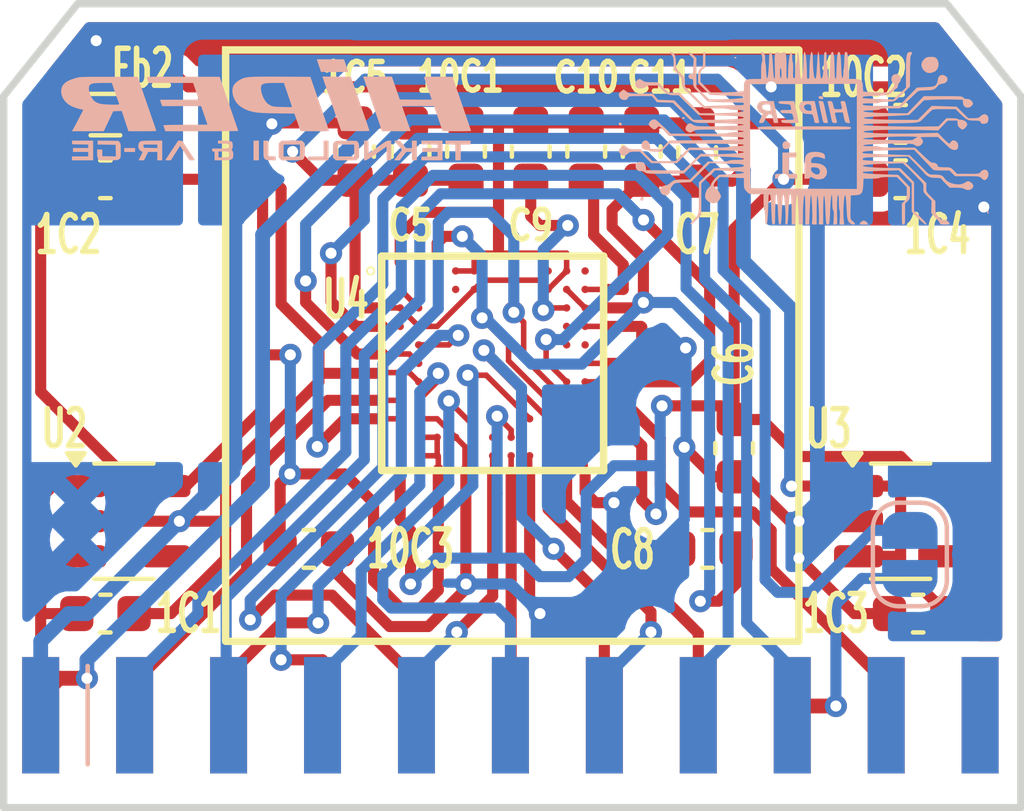
<source format=kicad_pcb>
(kicad_pcb (version 20240108) (generator "pcbnew") (generator_version "8.0")
  (layers (0 "F.Cu" signal) (31 "B.Cu" signal) (34 "B.Paste" user) (35 "F.Paste" user) (36 "B.SilkS" user "B.Silkscreen") (37 "F.SilkS" user "F.Silkscreen") (38 "B.Mask" user) (39 "F.Mask" user) (44 "Edge.Cuts" user))
  (net 0 "")
  (net 1 "GND")
  (net 2 "+3.3V")
  (net 3 "DCMI_RST")
  (net 4 "DCMI_D2")
  (net 5 "I2C1_SDA")
  (net 6 "DCMI_PWDN")
  (net 7 "DCMI_LEDOUT")
  (net 8 "DCMI_VSYNC")
  (net 9 "DCMI_CLK")
  (net 10 "DCMI_D4")
  (net 11 "I2C1_SCL")
  (net 12 "DCMI_PCLK")
  (net 13 "DCMI_D5")
  (net 14 "DCMI_D1")
  (net 15 "DCMI_D0")
  (net 16 "DCMI_STLNOUT")
  (net 17 "DCMI_D7")
  (net 18 "DCMI_D6")
  (net 19 "DCMI_D3")
  (net 20 "DCMI_STFROUT")
  (net 21 "DCMI_EXPOSURE")
  (net 22 "DCMI_HSYNC")
  (net 24 "DVDD_1V5")
  (net 30 "DOVDD_2V8")
  (net 31 "Net-(U4-AVDD)")
  (net 32 "Net-(U4-VH)")
  (net 33 "Net-(U4-VN)")
  (net 34 "nc_FREX")
  (net 35 "Earth_Clean")
  (footprint "Package_TO_SOT_SMD:SOT-23-5" (layer "F.Cu") (at 44 33.25)
    (property "Reference" "U3")
    (property "Value" "ME6211C15M5" (hide yes))
  )
  (footprint "Capacitor_SMD:C_0603_1608Metric" (layer "F.Cu") (at 22.5 35.75)
    (property "Reference" "1C1")
    (property "Value" "1uF" (hide yes))
  )
  (footprint "Capacitor_SMD:C_0603_1608Metric" (layer "F.Cu") (at 30.75 23.25 90)
    (property "Reference" "C5")
    (property "Value" "100nF" (hide yes))
  )
  (footprint "Capacitor_SMD:C_0603_1608Metric" (layer "F.Cu") (at 35.5 23.25 90)
    (property "Reference" "C10")
    (property "Value" "100nF" (hide yes))
  )
  (footprint "Capacitor_SMD:C_0603_1608Metric" (layer "F.Cu") (at 44 24)
    (property "Reference" "1C4")
    (property "Value" "1uF" (hide yes))
  )
  (footprint "Capacitor_SMD:C_0603_1608Metric" (layer "F.Cu") (at 28 34)
    (property "Reference" "10C3")
    (property "Value" "10uF" (hide yes))
  )
  (footprint "Capacitor_SMD:C_0603_1608Metric" (layer "F.Cu") (at 44 22.5)
    (property "Reference" "10C2")
    (property "Value" "10uF" (hide yes))
  )
  (footprint "Capacitor_SMD:C_0603_1608Metric" (layer "F.Cu") (at 22.5 24 180)
    (property "Reference" "1C2")
    (property "Value" "1uF" (hide yes))
  )
  (footprint "OV5640:BGA71C50P11X11_598X584X81" (layer "F.Cu") (at 32.97 28.98)
    (property "Reference" "U4")
    (property "Value" "OV5640-A71A" (hide yes))
  )
  (footprint "Inductor_SMD:L_0805_2012Metric" (layer "F.Cu") (at 22.5 22.25)
    (property "Reference" "Fb2")
    (property "Value" "180R-100MHz-2A" (hide yes))
  )
  (footprint "Capacitor_SMD:C_0603_1608Metric" (layer "F.Cu") (at 38.775 34 180)
    (property "Reference" "C8")
    (property "Value" "100nF" (hide yes))
  )
  (footprint "Capacitor_SMD:C_0603_1608Metric" (layer "F.Cu") (at 37 23.25 90)
    (property "Reference" "C11")
    (property "Value" "100nF" (hide yes))
  )
  (footprint "Capacitor_SMD:C_0603_1608Metric" (layer "F.Cu") (at 44.475 35.75 180)
    (property "Reference" "1C3")
    (property "Value" "1uF" (hide yes))
  )
  (footprint "Capacitor_SMD:C_0603_1608Metric" (layer "F.Cu") (at 29.25 23.25 90)
    (property "Reference" "1C5")
    (property "Value" "1uF" (hide yes))
  )
  (footprint "Capacitor_SMD:C_0603_1608Metric" (layer "F.Cu") (at 32.25 23.25 90)
    (property "Reference" "10C1")
    (property "Value" "10uF" (hide yes))
  )
  (footprint "Capacitor_SMD:C_0603_1608Metric" (layer "F.Cu") (at 34 23.25 90)
    (property "Reference" "C9")
    (property "Value" "100nF" (hide yes))
  )
  (footprint "MountingHole:MountingHole_2.1mm" (layer "F.Cu") (at 23.5 28.5)
    (property "Reference" "H1" (hide yes))
    (property "Value" "MountingHole_2.1mm" (hide yes))
  )
  (footprint "Capacitor_SMD:C_0603_1608Metric" (layer "F.Cu") (at 39.5 31.275 -90)
    (property "Reference" "C6")
    (property "Value" "100nF" (hide yes))
  )
  (footprint "MountingHole:MountingHole_2.1mm" (layer "F.Cu") (at 43.5 28.5)
    (property "Reference" "H2" (hide yes))
    (property "Value" "MountingHole_2.1mm" (hide yes))
  )
  (footprint "Connector_PinHeader_2.54mm:PinHeader_1x11_P2.54mm_Vertical" (layer "F.Cu") (at 20.75 38.5 90)
    (property "Reference" "J7" (hide yes))
    (property "Value" "Conn_01x11" (hide yes))
  )
  (footprint "Package_TO_SOT_SMD:SOT-23-5" (layer "F.Cu") (at 23 33.25)
    (property "Reference" "U2")
    (property "Value" "ME6211C28M5" (hide yes))
  )
  (footprint "Capacitor_SMD:C_0603_1608Metric" (layer "F.Cu") (at 38.5 23.275 90)
    (property "Reference" "C7")
    (property "Value" "100nF" (hide yes))
  )
  (footprint "Jumper:SolderJumper-2_P1.3mm_Open_RoundedPad1.0x1.5mm" (layer "B.Cu") (at 44.25 34.15 -90)
    (property "Reference" "JP1" (hide yes))
    (property "Value" "Jumper_2_Small_Open" (hide yes))
  )
  (footprint "LOGO" (layer "B.Cu") (at 41.37819 22.87819 180)
    (property "Reference" "ai" (hide yes))
    (property "Value" "LOGO" (hide yes))
  )
  (footprint "LOGO" (layer "B.Cu") (at 26.851209 22.154353 180)
    (property "Reference" "hiper" (hide yes))
    (property "Value" "LOGO" (hide yes))
  )
  (footprint "NetTie:NetTie-2_SMD_Pad0.5mm" (layer "B.Cu") (at 21.75 33.25 90)
    (property "Reference" "CMN1" (hide yes))
    (property "Value" "EarthClean" (hide yes))
  )
  (footprint "Connector_PinHeader_2.54mm:PinHeader_1x11_P2.54mm_Vertical" (layer "B.Cu") (at 20.75 38.5 -90)
    (property "Reference" "J6" (hide yes))
    (property "Value" "Conn_01x11" (hide yes))
  )
  (gr_rect (start 25.75 20.5) (end 41.25 36.5) (stroke (width 0.2)) (fill none) (layer "F.SilkS"))
  (gr_poly (pts (xy 19.75 21.75) (xy 21.75 19.25) (xy 45.25 19.25) (xy 47.25 21.75) (xy 47.25 41) (xy 19.75 41)) (stroke (width 0.2)) (fill none) (layer "Edge.Cuts"))
  (segment (start 25.75 34.271447) (end 25.75 33.5) (width 0.3) (layer "F.Cu") (net 1))
  (segment (start 36 27.98) (end 36.98 27.98) (width 0.3) (layer "F.Cu") (net 1))
  (segment (start 27 22.5) (end 26.5 23) (width 0.3) (layer "F.Cu") (net 1))
  (segment (start 43.775 21.5) (end 40.5 21.5) (width 0.3) (layer "F.Cu") (net 1))
  (segment (start 38.186827 28.563173) (end 37.77 28.98) (width 0.3) (layer "F.Cu") (net 1))
  (segment (start 36.25 32.75) (end 35.75 32.75) (width 0.3) (layer "F.Cu") (net 1))
  (segment (start 41.25 34.25) (end 42.75 35.75) (width 0.3) (layer "F.Cu") (net 1))
  (segment (start 32.25 35.076346) (end 31.226346 36.1) (width 0.3) (layer "F.Cu") (net 1))
  (segment (start 32.22166 31.23166) (end 31.97 30.98) (width 0.15) (layer "F.Cu") (net 1))
  (segment (start 32.22166 31.837461) (end 32.22166 31.23166) (width 0.15) (layer "F.Cu") (net 1))
  (segment (start 30.025243 29.229757) (end 30.719757 29.229757) (width 0.15) (layer "F.Cu") (net 1))
  (segment (start 44.775 22.5) (end 43.775 21.5) (width 0.3) (layer "F.Cu") (net 1))
  (segment (start 28.27313 28.394448) (end 28.27313 29.25) (width 0.3) (layer "F.Cu") (net 1))
  (segment (start 37.086727 34) (end 36.25 33.163273) (width 0.3) (layer "F.Cu") (net 1))
  (segment (start 27 22.5) (end 27.025 22.475) (width 0.3) (layer "F.Cu") (net 1))
  (segment (start 44.775 24) (end 44.775 22.5) (width 0.3) (layer "F.Cu") (net 1))
  (segment (start 35.47 31.48) (end 35.47 32) (width 0.15) (layer "F.Cu") (net 1))
  (segment (start 38.475 22.475) (end 38.5 22.5) (width 0.3) (layer "F.Cu") (net 1))
  (segment (start 31.47 30.48) (end 31.97 30.98) (width 0.15) (layer "F.Cu") (net 1))
  (segment (start 20.75 29.75) (end 20.75 24.975) (width 0.3) (layer "F.Cu") (net 1))
  (segment (start 32.245 31.860801) (end 32.245 34.945) (width 0.3) (layer "F.Cu") (net 1))
  (segment (start 25.75 32) (end 28.27313 29.47687) (width 0.3) (layer "F.Cu") (net 1))
  (segment (start 37 28) (end 37 28.98) (width 0.3) (layer "F.Cu") (net 1))
  (segment (start 38.95 32.05) (end 39.5 32.05) (width 0.3) (layer "F.Cu") (net 1))
  (segment (start 29.25 22.475) (end 38.475 22.475) (width 0.3) (layer "F.Cu") (net 1))
  (segment (start 38.15 31.25) (end 38.95 32.05) (width 0.3) (layer "F.Cu") (net 1))
  (segment (start 36.25 33.163273) (end 36.25 32.75) (width 0.3) (layer "F.Cu") (net 1))
  (segment (start 31.226346 36.1) (end 30.182107 36.1) (width 0.3) (layer "F.Cu") (net 1))
  (segment (start 33.128036 26) (end 33.128036 22.475) (width 0.3) (layer "F.Cu") (net 1))
  (segment (start 41.25 33.25) (end 41.000001 33.25) (width 0.3) (layer "F.Cu") (net 1))
  (segment (start 32.25 34.95) (end 32.25 35.076346) (width 0.3) (layer "F.Cu") (net 1))
  (segment (start 39.800001 32.05) (end 39.5 32.05) (width 0.3) (layer "F.Cu") (net 1))
  (segment (start 23.275 35.75) (end 24.271447 35.75) (width 0.3) (layer "F.Cu") (net 1))
  (segment (start 32.245 31.860801) (end 32.22166 31.837461) (width 0.15) (layer "F.Cu") (net 1))
  (segment (start 28.27313 29.25) (end 30.005 29.25) (width 0.3) (layer "F.Cu") (net 1))
  (segment (start 34.47 26.98) (end 34.97 26.48) (width 0.15) (layer "F.Cu") (net 1))
  (segment (start 31.102653 24.893794) (end 33.128036 24.893794) (width 0.3) (layer "F.Cu") (net 1))
  (segment (start 28.27313 29.47687) (end 28.27313 29.25) (width 0.3) (layer "F.Cu") (net 1))
  (segment (start 35.47 27.98) (end 36 27.98) (width 0.15) (layer "F.Cu") (net 1))
  (segment (start 28.775 34.692893) (end 28.775 34) (width 0.3) (layer "F.Cu") (net 1))
  (segment (start 27.025 22.475) (end 29.25 22.475) (width 0.3) (layer "F.Cu") (net 1))
  (segment (start 41.25 33.25) (end 42.8625 33.25) (width 0.3) (layer "F.Cu") (net 1))
  (segment (start 41.000001 33.25) (end 39.800001 32.05) (width 0.3) (layer "F.Cu") (net 1))
  (segment (start 37.77 28.98) (end 36 28.98) (width 0.3) (layer "F.Cu") (net 1))
  (segment (start 27.25 27.371318) (end 28.27313 28.394448) (width 0.3) (layer "F.Cu") (net 1))
  (segment (start 34.25 35.75) (end 33.97 35.47) (width 0.3) (layer "F.Cu") (net 1))
  (segment (start 35.47 30.98) (end 35.47 31.48) (width 0.15) (layer "F.Cu") (net 1))
  (segment (start 30.182107 36.1) (end 28.775 34.692893) (width 0.3) (layer "F.Cu") (net 1))
  (segment (start 26.5 23.5) (end 27.25 24.25) (width 0.3) (layer "F.Cu") (net 1))
  (segment (start 35.75 32.75) (end 35.47 32.47) (width 0.3) (layer "F.Cu") (net 1))
  (segment (start 30.47 26.25) (end 30.47 25.526447) (width 0.3) (layer "F.Cu") (net 1))
  (segment (start 30.47 25.526447) (end 31.102653 24.893794) (width 0.3) (layer "F.Cu") (net 1))
  (segment (start 25.75 33.5) (end 25.75 32) (width 0.3) (layer "F.Cu") (net 1))
  (segment (start 30.97 30.48) (end 31.47 30.48) (width 0.15) (layer "F.Cu") (net 1))
  (segment (start 23 33.25) (end 23 32) (width 0.3) (layer "F.Cu") (net 1))
  (segment (start 32.47 26.03) (end 32.5 26) (width 0.15) (layer "F.Cu") (net 1))
  (segment (start 32.245 34.945) (end 32.25 34.95) (width 0.3) (layer "F.Cu") (net 1))
  (segment (start 24.5 33.25) (end 21.8625 33.25) (width 0.3) (layer "F.Cu") (net 1))
  (segment (start 23 32) (end 20.75 29.75) (width 0.3) (layer "F.Cu") (net 1))
  (segment (start 36.98 27.98) (end 37 28) (width 0.3) (layer "F.Cu") (net 1))
  (segment (start 26.5 23) (end 26.5 23.5) (width 0.3) (layer "F.Cu") (net 1))
  (segment (start 36 28.98) (end 35.47 28.98) (width 0.15) (layer "F.Cu") (net 1))
  (segment (start 31.97 26.48) (end 32.395 26.48) (width 0.15) (layer "F.Cu") (net 1))
  (segment (start 24.271447 35.75) (end 25.75 34.271447) (width 0.3) (layer "F.Cu") (net 1))
  (segment (start 27.25 24.25) (end 27.25 27.371318) (width 0.3) (layer "F.Cu") (net 1))
  (segment (start 33.97 35.47) (end 33.97 32) (width 0.3) (layer "F.Cu") (net 1))
  (segment (start 38 34) (end 37.086727 34) (width 0.3) (layer "F.Cu") (net 1))
  (segment (start 25.75 33.25) (end 24.5 33.25) (width 0.3) (layer "F.Cu") (net 1))
  (segment (start 32.47 26.48) (end 32.47 26.03) (width 0.15) (layer "F.Cu") (net 1))
  (segment (start 30.47 26.25) (end 30.47 26.98) (width 0.15) (layer "F.Cu") (net 1))
  (segment (start 41.25 34.25) (end 41.25 33.25) (width 0.3) (layer "F.Cu") (net 1))
  (segment (start 30.97 27.48) (end 30.47 26.98) (width 0.15) (layer "F.Cu") (net 1))
  (segment (start 34.97 26) (end 34.97 26.48) (width 0.15) (layer "F.Cu") (net 1))
  (segment (start 20.75 24.975) (end 21.725 24) (width 0.3) (layer "F.Cu") (net 1))
  (segment (start 32.5 26) (end 34.97 26) (width 0.15) (layer "F.Cu") (net 1))
  (segment (start 42.75 35.75) (end 43.7 35.75) (width 0.3) (layer "F.Cu") (net 1))
  (segment (start 35.47 32.47) (end 35.47 32) (width 0.3) (layer "F.Cu") (net 1))
  (segment (start 33.97 31.48) (end 33.97 32) (width 0.15) (layer "F.Cu") (net 1))
  (segment (start 30.719757 29.229757) (end 30.97 29.48) (width 0.15) (layer "F.Cu") (net 1))
  (via (at 34.25 35.75) (size 0.6) (drill 0.3) (layers "F.Cu" "B.Cu") (net 1))
  (via (at 32.25 34.95) (size 0.6) (drill 0.3) (layers "F.Cu" "B.Cu") (net 1))
  (via (at 27 22.5) (size 0.6) (drill 0.3) (layers "F.Cu" "B.Cu") (net 1))
  (via (at 36.25 32.75) (size 0.6) (drill 0.3) (layers "F.Cu" "B.Cu") (net 1))
  (via (at 41.25 34.25) (size 0.6) (drill 0.3) (layers "F.Cu" "B.Cu") (net 1))
  (via (at 38.15 31.25) (size 0.6) (drill 0.3) (layers "F.Cu" "B.Cu") (net 1))
  (via (at 40.5 21.5) (size 0.6) (drill 0.3) (layers "F.Cu" "B.Cu") (net 1))
  (via (at 38.186827 28.563173) (size 0.6) (drill 0.3) (layers "F.Cu" "B.Cu") (net 1))
  (via (at 41.25 33.25) (size 0.6) (drill 0.3) (layers "F.Cu" "B.Cu") (net 1))
  (via (at 24.5 33.25) (size 0.6) (drill 0.3) (layers "F.Cu" "B.Cu") (net 1))
  (segment (start 24.5 33.25) (end 26 31.75) (width 0.4) (layer "B.Cu") (net 1))
  (segment (start 33.45 34.95) (end 34.25 35.75) (width 0.3) (layer "B.Cu") (net 1))
  (segment (start 38.15 31.25) (end 38.15 33.210008) (width 0.3) (layer "B.Cu") (net 1))
  (segment (start 37.36732 33.992688) (end 36.25 33.992688) (width 0.3) (layer "B.Cu") (net 1))
  (segment (start 34.25 35.75) (end 36.25 35.75) (width 0.3) (layer "B.Cu") (net 1))
  (segment (start 41.25 33.25) (end 41.75 32.75) (width 0.4) (layer "B.Cu") (net 1))
  (segment (start 21.5 35.75) (end 20.75 36.5) (width 0.4) (layer "B.Cu") (net 1))
  (segment (start 26 23.5) (end 26.911764 22.588236) (width 0.4) (layer "B.Cu") (net 1))
  (segment (start 41.25 34.25) (end 41.25 33.25) (width 0.4) (layer "B.Cu") (net 1))
  (segment (start 38.199238 31.200762) (end 38.199238 28.575584) (width 0.3) (layer "B.Cu") (net 1))
  (segment (start 28.706206 20.793794) (end 27 22.5) (width 0.3) (layer "B.Cu") (net 1))
  (segment (start 39.793794 20.793794) (end 28.706206 20.793794) (width 0.3) (layer "B.Cu") (net 1))
  (segment (start 41.75 22.75) (end 40.5 21.5) (width 0.4) (layer "B.Cu") (net 1))
  (segment (start 26 31.75) (end 26 23.5) (width 0.4) (layer "B.Cu") (net 1))
  (segment (start 24.5 33.25) (end 22 35.75) (width 0.4) (layer "B.Cu") (net 1))
  (segment (start 36.25 33.992688) (end 36.25 32.75) (width 0.3) (layer "B.Cu") (net 1))
  (segment (start 38.15 33.210008) (end 37.36732 33.992688) (width 0.3) (layer "B.Cu") (net 1))
  (segment (start 36.25 35.75) (end 36.25 33.992688) (width 0.3) (layer "B.Cu") (net 1))
  (segment (start 41.75 32.75) (end 41.75 22.75) (width 0.4) (layer "B.Cu") (net 1))
  (segment (start 38.199238 28.575584) (end 38.186827 28.563173) (width 0.3) (layer "B.Cu") (net 1))
  (segment (start 32.25 34.95) (end 33.45 34.95) (width 0.3) (layer "B.Cu") (net 1))
  (segment (start 26.911764 22.588236) (end 27 22.5) (width 0.3) (layer "B.Cu") (net 1))
  (segment (start 20.75 36.5) (end 20.75 38.5) (width 0.4) (layer "B.Cu") (net 1))
  (segment (start 40.5 21.5) (end 39.793794 20.793794) (width 0.3) (layer "B.Cu") (net 1))
  (segment (start 38.15 31.25) (end 38.199238 31.200762) (width 0.3) (layer "B.Cu") (net 1))
  (segment (start 22 35.75) (end 21.5 35.75) (width 0.4) (layer "B.Cu") (net 1))
  (segment (start 21.8625 32.3) (end 21.075 32.3) (width 0.3) (layer "F.Cu") (net 2))
  (segment (start 21.725 35.75) (end 20.75 35.75) (width 0.3) (layer "F.Cu") (net 2))
  (segment (start 41.05 32.3) (end 43.8 32.3) (width 0.3) (layer "F.Cu") (net 2))
  (segment (start 43.8 32.3) (end 44 32.5) (width 0.3) (layer "F.Cu") (net 2))
  (segment (start 42.8625 34.2) (end 44 34.2) (width 0.3) (layer "F.Cu") (net 2))
  (segment (start 44 32.5) (end 44 34.5) (width 0.3) (layer "F.Cu") (net 2))
  (segment (start 21.8125 34.25) (end 20.75 34.25) (width 0.3) (layer "F.Cu") (net 2))
  (segment (start 21.075 32.3) (end 20.75 32.625) (width 0.3) (layer "F.Cu") (net 2))
  (segment (start 21.8625 34.2) (end 21.8125 34.25) (width 0.3) (layer "F.Cu") (net 2))
  (segment (start 22 37.5) (end 21.25 37.5) (width 0.4) (layer "F.Cu") (net 2))
  (segment (start 20.75 32.625) (end 20.75 38.9) (width 0.3) (layer "F.Cu") (net 2))
  (segment (start 21.25 37.5) (end 20.75 38) (width 0.4) (layer "F.Cu") (net 2))
  (segment (start 20.7 38.95) (end 20.75 39) (width 0.4) (layer "F.Cu") (net 2))
  (segment (start 44 34.5) (end 45.25 35.75) (width 0.3) (layer "F.Cu") (net 2))
  (via (at 41.05 32.3) (size 0.6) (drill 0.3) (layers "F.Cu" "B.Cu") (net 2))
  (via (at 22 37.5) (size 0.6) (drill 0.3) (layers "F.Cu" "B.Cu") (net 2))
  (segment (start 22 37) (end 22 37.5) (width 0.4) (layer "B.Cu") (net 2))
  (segment (start 41.05 27.522182) (end 39.75 26.222182) (width 0.4) (layer "B.Cu") (net 2))
  (segment (start 26.75 25.5) (end 26.75 32.25) (width 0.4) (layer "B.Cu") (net 2))
  (segment (start 30.406206 21.843794) (end 26.75 25.5) (width 0.4) (layer "B.Cu") (net 2))
  (segment (start 39.75 26.222182) (end 39.75 23.75) (width 0.4) (layer "B.Cu") (net 2))
  (segment (start 39.75 23.75) (end 37.843794 21.843794) (width 0.4) (layer "B.Cu") (net 2))
  (segment (start 37.843794 21.843794) (end 30.406206 21.843794) (width 0.4) (layer "B.Cu") (net 2))
  (segment (start 41.05 32.3) (end 41.05 27.522182) (width 0.4) (layer "B.Cu") (net 2))
  (segment (start 26.75 32.25) (end 22 37) (width 0.4) (layer "B.Cu") (net 2))
  (segment (start 28.37 37) (end 28.37 38.5) (width 0.3) (layer "F.Cu") (net 3))
  (segment (start 32.03989 28.223283) (end 31.783173 28.48) (width 0.15) (layer "F.Cu") (net 3))
  (segment (start 31.783173 28.48) (end 30.97 28.48) (width 0.15) (layer "F.Cu") (net 3))
  (segment (start 27.25 37) (end 28.37 37) (width 0.3) (layer "F.Cu") (net 3))
  (via (at 32.03989 28.223283) (size 0.6) (drill 0.3) (layers "F.Cu" "B.Cu") (net 3))
  (via (at 27.25 37) (size 0.6) (drill 0.3) (layers "F.Cu" "B.Cu") (net 3))
  (segment (start 27.25 37) (end 27.25 35.25) (width 0.3) (layer "B.Cu") (net 3))
  (segment (start 31.526717 28.223283) (end 32.03989 28.223283) (width 0.3) (layer "B.Cu") (net 3))
  (segment (start 30.5 29.25) (end 31.526717 28.223283) (width 0.3) (layer "B.Cu") (net 3))
  (segment (start 27.25 35.25) (end 30.5 32) (width 0.3) (layer "B.Cu") (net 3))
  (segment (start 30.5 32) (end 30.5 29.25) (width 0.3) (layer "B.Cu") (net 3))
  (segment (start 32 36.25) (end 32.97 35.28) (width 0.3) (layer "F.Cu") (net 4))
  (segment (start 32.97 31.48) (end 32.97 32) (width 0.15) (layer "F.Cu") (net 4))
  (segment (start 32.97 35.28) (end 32.97 32) (width 0.3) (layer "F.Cu") (net 4))
  (via (at 32 36.25) (size 0.6) (drill 0.3) (layers "F.Cu" "B.Cu") (net 4))
  (segment (start 32 36.25) (end 30.91 37.34) (width 0.3) (layer "B.Cu") (net 4))
  (segment (start 30.91 37.34) (end 30.91 38.5) (width 0.3) (layer "B.Cu") (net 4))
  (segment (start 38.836827 26.887025) (end 38.836827 28.913173) (width 0.3) (layer "F.Cu") (net 5))
  (segment (start 37.05 25.100198) (end 38.836827 26.887025) (width 0.3) (layer "F.Cu") (net 5))
  (segment (start 36 29.48) (end 35.47 29.48) (width 0.15) (layer "F.Cu") (net 5))
  (segment (start 38.836827 28.913173) (end 38.27 29.48) (width 0.3) (layer "F.Cu") (net 5))
  (segment (start 38.27 29.48) (end 36 29.48) (width 0.3) (layer "F.Cu") (net 5))
  (via (at 37.05 25.100198) (size 0.6) (drill 0.3) (layers "F.Cu" "B.Cu") (net 5))
  (segment (start 37.05 25.100198) (end 36.343596 24.393794) (width 0.3) (layer "B.Cu") (net 5))
  (segment (start 29.5 28.75) (end 29.5 31.585788) (width 0.3) (layer "B.Cu") (net 5))
  (segment (start 31 27.25) (end 29.5 28.75) (width 0.3) (layer "B.Cu") (net 5))
  (segment (start 36.343596 24.393794) (end 31.563311 24.393794) (width 0.3) (layer "B.Cu") (net 5))
  (segment (start 29.5 31.585788) (end 25.76538 35.320408) (width 0.3) (layer "B.Cu") (net 5))
  (segment (start 25.76538 38.43538) (end 25.83 38.5) (width 0.3) (layer "B.Cu") (net 5))
  (segment (start 31.563311 24.393794) (end 31 24.957105) (width 0.3) (layer "B.Cu") (net 5))
  (segment (start 31 24.957105) (end 31 27.25) (width 0.3) (layer "B.Cu") (net 5))
  (segment (start 25.76538 35.320408) (end 25.76538 38.43538) (width 0.3) (layer "B.Cu") (net 5))
  (segment (start 28.6 26) (end 28.6 27.307106) (width 0.3) (layer "F.Cu") (net 6))
  (segment (start 30.47 27.98) (end 30 27.98) (width 0.15) (layer "F.Cu") (net 6))
  (segment (start 29.272894 27.98) (end 30 27.98) (width 0.3) (layer "F.Cu") (net 6))
  (segment (start 28.6 27.307106) (end 29.272894 27.98) (width 0.3) (layer "F.Cu") (net 6))
  (via (at 28.6 26) (size 0.6) (drill 0.3) (layers "F.Cu" "B.Cu") (net 6))
  (segment (start 29.5 24.335784) (end 30.94199 22.893794) (width 0.3) (layer "B.Cu") (net 6))
  (segment (start 39.836827 27.836827) (end 39.836827 36.004602) (width 0.3) (layer "B.Cu") (net 6))
  (segment (start 29.5 25.1) (end 29.5 24.335784) (width 0.3) (layer "B.Cu") (net 6))
  (segment (start 37.400901 22.893794) (end 38.7 24.192893) (width 0.3) (layer "B.Cu") (net 6))
  (segment (start 41.07 37.237775) (end 41.07 38.5) (width 0.3) (layer "B.Cu") (net 6))
  (segment (start 38.7 24.192893) (end 38.7 26.7) (width 0.3) (layer "B.Cu") (net 6))
  (segment (start 38.7 26.7) (end 39.836827 27.836827) (width 0.3) (layer "B.Cu") (net 6))
  (segment (start 28.6 26) (end 29.5 25.1) (width 0.3) (layer "B.Cu") (net 6))
  (segment (start 39.836827 36.004602) (end 41.07 37.237775) (width 0.3) (layer "B.Cu") (net 6))
  (segment (start 30.94199 22.893794) (end 37.400901 22.893794) (width 0.3) (layer "B.Cu") (net 6))
  (segment (start 41.07 38.5) (end 41.07 39) (width 0.3) (layer "B.Cu") (net 6))
  (segment (start 26.315538 32.184462) (end 26.315538 34.58072) (width 0.3) (layer "F.Cu") (net 8))
  (segment (start 28.52 29.98) (end 26.315538 32.184462) (width 0.3) (layer "F.Cu") (net 8))
  (segment (start 23.29 37.606258) (end 23.29 37.752893) (width 0.3) (layer "F.Cu") (net 8))
  (segment (start 26.315538 34.58072) (end 23.29 37.606258) (width 0.3) (layer "F.Cu") (net 8))
  (segment (start 30 29.98) (end 28.52 29.98) (width 0.3) (layer "F.Cu") (net 8))
  (segment (start 30.47 29.98) (end 30 29.98) (width 0.15) (layer "F.Cu") (net 8))
  (segment (start 40.5 33.5) (end 40.5 34.52716) (width 0.3) (layer "F.Cu") (net 9))
  (segment (start 35.47 29.98) (end 36 29.98) (width 0.15) (layer "F.Cu") (net 9))
  (segment (start 43.61 37.63716) (end 43.61 38.5) (width 0.3) (layer "F.Cu") (net 9))
  (segment (start 36.48 29.98) (end 37.5 31) (width 0.3) (layer "F.Cu") (net 9))
  (segment (start 36 29.98) (end 36.48 29.98) (width 0.3) (layer "F.Cu") (net 9))
  (segment (start 37.5 31) (end 37.5 32.25) (width 0.3) (layer "F.Cu") (net 9))
  (segment (start 37.5 32.25) (end 38.25 33) (width 0.3) (layer "F.Cu") (net 9))
  (segment (start 40.5 34.52716) (end 43.61 37.63716) (width 0.3) (layer "F.Cu") (net 9))
  (segment (start 38.25 33) (end 40 33) (width 0.3) (layer "F.Cu") (net 9))
  (segment (start 40 33) (end 40.5 33.5) (width 0.3) (layer "F.Cu") (net 9))
  (segment (start 33.97 30.474974) (end 33.97 30.48) (width 0.15) (layer "F.Cu") (net 10))
  (segment (start 32.298352 29.301312) (end 32.796338 29.301312) (width 0.15) (layer "F.Cu") (net 10))
  (segment (start 32.796338 29.301312) (end 33.97 30.474974) (width 0.15) (layer "F.Cu") (net 10))
  (via (at 32.298352 29.301312) (size 0.6) (drill 0.3) (layers "F.Cu" "B.Cu") (net 10))
  (segment (start 30.225 35.6) (end 33.1 35.6) (width 0.3) (layer "B.Cu") (net 10))
  (segment (start 32.298352 29.301312) (end 32.433601 29.436561) (width 0.3) (layer "B.Cu") (net 10))
  (segment (start 30 34.719256) (end 30 35.375) (width 0.3) (layer "B.Cu") (net 10))
  (segment (start 32.433601 32.285655) (end 30 34.719256) (width 0.3) (layer "B.Cu") (net 10))
  (segment (start 33.1 35.6) (end 33.45 35.95) (width 0.3) (layer "B.Cu") (net 10))
  (segment (start 33.45 35.95) (end 33.45 38.5) (width 0.3) (layer "B.Cu") (net 10))
  (segment (start 30 35.375) (end 30.225 35.6) (width 0.3) (layer "B.Cu") (net 10))
  (segment (start 32.433601 29.436561) (end 32.433601 32.285655) (width 0.3) (layer "B.Cu") (net 10))
  (segment (start 34.415827 28.925827) (end 34.97 29.48) (width 0.15) (layer "F.Cu") (net 11))
  (segment (start 34.415827 28.336139) (end 34.415827 28.925827) (width 0.15) (layer "F.Cu") (net 11))
  (via (at 34.415827 28.336139) (size 0.6) (drill 0.3) (layers "F.Cu" "B.Cu") (net 11))
  (segment (start 29 31.378682) (end 25 35.378682) (width 0.3) (layer "B.Cu") (net 11))
  (segment (start 25 35.378682) (end 25 35.75) (width 0.3) (layer "B.Cu") (net 11))
  (segment (start 37.7 24.7) (end 36.893794 23.893794) (width 0.3) (layer "B.Cu") (net 11))
  (segment (start 34.415827 28.336139) (end 34.863861 28.336139) (width 0.3) (layer "B.Cu") (net 11))
  (segment (start 29 28.542894) (end 29 31.378682) (width 0.3) (layer "B.Cu") (net 11))
  (segment (start 30.5 27.042894) (end 29 28.542894) (width 0.3) (layer "B.Cu") (net 11))
  (segment (start 31.356204 23.893794) (end 30.5 24.749998) (width 0.3) (layer "B.Cu") (net 11))
  (segment (start 36.893794 23.893794) (end 31.356204 23.893794) (width 0.3) (layer "B.Cu") (net 11))
  (segment (start 30.5 24.749998) (end 30.5 27.042894) (width 0.3) (layer "B.Cu") (net 11))
  (segment (start 25 35.75) (end 23.29 37.46) (width 0.3) (layer "B.Cu") (net 11))
  (segment (start 37.7 25.5) (end 37.7 24.7) (width 0.3) (layer "B.Cu") (net 11))
  (segment (start 34.863861 28.336139) (end 37.7 25.5) (width 0.3) (layer "B.Cu") (net 11))
  (segment (start 23.29 37.46) (end 23.29 38.5) (width 0.3) (layer "B.Cu") (net 11))
  (segment (start 28.979442 30.48) (end 30 30.48) (width 0.3) (layer "F.Cu") (net 12))
  (segment (start 28.229721 31.229721) (end 28.979442 30.48) (width 0.3) (layer "F.Cu") (net 12))
  (segment (start 30.47 30.48) (end 30 30.48) (width 0.15) (layer "F.Cu") (net 12))
  (via (at 28.229721 31.229721) (size 0.6) (drill 0.3) (layers "F.Cu" "B.Cu") (net 12))
  (segment (start 28.25 31.209442) (end 28.25 28.585788) (width 0.3) (layer "B.Cu") (net 12))
  (segment (start 39.336827 28.086827) (end 39.336827 36.472271) (width 0.3) (layer "B.Cu") (net 12))
  (segment (start 38.53 37.279098) (end 38.53 38.5) (width 0.3) (layer "B.Cu") (net 12))
  (segment (start 30 26.835788) (end 30 24.542891) (width 0.3) (layer "B.Cu") (net 12))
  (segment (start 39.336827 36.472271) (end 38.53 37.279098) (width 0.3) (layer "B.Cu") (net 12))
  (segment (start 37.100901 23.393794) (end 38.2 24.492893) (width 0.3) (layer "B.Cu") (net 12))
  (segment (start 38.2 24.492893) (end 38.2 26.95) (width 0.3) (layer "B.Cu") (net 12))
  (segment (start 30 24.542891) (end 31.149097 23.393794) (width 0.3) (layer "B.Cu") (net 12))
  (segment (start 28.25 28.585788) (end 30 26.835788) (width 0.3) (layer "B.Cu") (net 12))
  (segment (start 38.2 26.95) (end 39.336827 28.086827) (width 0.3) (layer "B.Cu") (net 12))
  (segment (start 31.149097 23.393794) (end 37.100901 23.393794) (width 0.3) (layer "B.Cu") (net 12))
  (segment (start 28.229721 31.229721) (end 28.25 31.209442) (width 0.3) (layer "B.Cu") (net 12))
  (segment (start 35.99 35.366345) (end 35.99 38.5) (width 0.3) (layer "F.Cu") (net 13))
  (segment (start 32.732665 28.629466) (end 32.732665 28.742665) (width 0.15) (layer "F.Cu") (net 13))
  (segment (start 32.732665 28.742665) (end 34.47 30.48) (width 0.15) (layer "F.Cu") (net 13))
  (segment (start 34.619999 33.996344) (end 35.99 35.366345) (width 0.3) (layer "F.Cu") (net 13))
  (via (at 34.619999 33.996344) (size 0.6) (drill 0.3) (layers "F.Cu" "B.Cu") (net 13))
  (via (at 32.732665 28.629466) (size 0.6) (drill 0.3) (layers "F.Cu" "B.Cu") (net 13))
  (segment (start 34.619999 33.996344) (end 33.75 33.126345) (width 0.3) (layer "B.Cu") (net 13))
  (segment (start 33.75 29.646801) (end 32.732665 28.629466) (width 0.3) (layer "B.Cu") (net 13))
  (segment (start 33.75 33.126345) (end 33.75 29.646801) (width 0.3) (layer "B.Cu") (net 13))
  (segment (start 27.08076 35.25) (end 28.625 35.25) (width 0.3) (layer "F.Cu") (net 14))
  (segment (start 28.625 35.25) (end 30.91 37.535) (width 0.3) (layer "F.Cu") (net 14))
  (segment (start 30.91 37.535) (end 30.91 38.5) (width 0.3) (layer "F.Cu") (net 14))
  (segment (start 33.541085 27.599408) (end 33.808339 27.866662) (width 0.15) (layer "F.Cu") (net 14))
  (segment (start 26.41538 35.91538) (end 27.08076 35.25) (width 0.3) (layer "F.Cu") (net 14))
  (segment (start 33.808339 27.866662) (end 33.808339 28.818339) (width 0.15) (layer "F.Cu") (net 14))
  (segment (start 33.808339 28.818339) (end 34.97 29.98) (width 0.15) (layer "F.Cu") (net 14))
  (via (at 26.41538 35.91538) (size 0.6) (drill 0.3) (layers "F.Cu" "B.Cu") (net 14))
  (via (at 33.541085 27.599408) (size 0.6) (drill 0.3) (layers "F.Cu" "B.Cu") (net 14))
  (segment (start 30 31.792894) (end 30 29) (width 0.3) (layer "B.Cu") (net 14))
  (segment (start 31.5 27.5) (end 31.5 25.164212) (width 0.3) (layer "B.Cu") (net 14))
  (segment (start 31.770418 24.893794) (end 32.893794 24.893794) (width 0.3) (layer "B.Cu") (net 14))
  (segment (start 33.541085 25.541085) (end 33.541085 27.599408) (width 0.3) (layer "B.Cu") (net 14))
  (segment (start 31.5 25.164212) (end 31.770418 24.893794) (width 0.3) (layer "B.Cu") (net 14))
  (segment (start 26.41538 35.377514) (end 30 31.792894) (width 0.3) (layer "B.Cu") (net 14))
  (segment (start 26.41538 35.91538) (end 26.41538 35.377514) (width 0.3) (layer "B.Cu") (net 14))
  (segment (start 30 29) (end 31.5 27.5) (width 0.3) (layer "B.Cu") (net 14))
  (segment (start 32.893794 24.893794) (end 33.541085 25.541085) (width 0.3) (layer "B.Cu") (net 14))
  (segment (start 32.47 30.684444) (end 32.47 30.98) (width 0.15) (layer "F.Cu") (net 15))
  (segment (start 31.783601 29.998045) (end 32.47 30.684444) (width 0.15) (layer "F.Cu") (net 15))
  (via (at 31.783601 29.998045) (size 0.6) (drill 0.3) (layers "F.Cu" "B.Cu") (net 15))
  (segment (start 31.783601 29.998045) (end 31.783601 32.216399) (width 0.3) (layer "B.Cu") (net 15))
  (segment (start 31.783601 32.216399) (end 29.413966 34.586034) (width 0.3) (layer "B.Cu") (net 15))
  (segment (start 29.413966 34.586034) (end 29.413966 36.336034) (width 0.3) (layer "B.Cu") (net 15))
  (segment (start 29.413966 36.336034) (end 28.37 37.38) (width 0.3) (layer "B.Cu") (net 15))
  (segment (start 28.37 37.38) (end 28.37 38.5) (width 0.3) (layer "B.Cu") (net 15))
  (segment (start 38.53 36.28) (end 38.53 38.5) (width 0.3) (layer "F.Cu") (net 17))
  (segment (start 34.97 30.98) (end 34.97 32) (width 0.15) (layer "F.Cu") (net 17))
  (segment (start 34.97 32) (end 34.97 32.72) (width 0.3) (layer "F.Cu") (net 17))
  (segment (start 34.97 32.72) (end 38.53 36.28) (width 0.3) (layer "F.Cu") (net 17))
  (segment (start 34.47 30.98) (end 34.47 32) (width 0.15) (layer "F.Cu") (net 18))
  (segment (start 37.25 36.25) (end 37.25 35.707106) (width 0.3) (layer "F.Cu") (net 18))
  (segment (start 34.762893 33.22) (end 34.47 32.927107) (width 0.3) (layer "F.Cu") (net 18))
  (segment (start 34.47 32.927107) (end 34.47 32) (width 0.3) (layer "F.Cu") (net 18))
  (segment (start 34.762894 33.22) (end 34.762893 33.22) (width 0.3) (layer "F.Cu") (net 18))
  (segment (start 37.25 35.707106) (end 34.762894 33.22) (width 0.3) (layer "F.Cu") (net 18))
  (via (at 37.25 36.25) (size 0.6) (drill 0.3) (layers "F.Cu" "B.Cu") (net 18))
  (segment (start 35.99 37.51) (end 35.99 38.5) (width 0.3) (layer "B.Cu") (net 18))
  (segment (start 37.25 36.25) (end 35.99 37.51) (width 0.3) (layer "B.Cu") (net 18))
  (segment (start 33.47 38.48) (end 33.45 38.5) (width 0.3) (layer "F.Cu") (net 19))
  (segment (start 33.47 31.48) (end 33.47 32) (width 0.15) (layer "F.Cu") (net 19))
  (segment (start 33.47 32) (end 33.47 38.48) (width 0.3) (layer "F.Cu") (net 19))
  (segment (start 42.25 38.25) (end 41.32 38.25) (width 0.4) (layer "F.Cu") (net 21))
  (segment (start 41.32 38.25) (end 41.07 38.5) (width 0.4) (layer "F.Cu") (net 21))
  (via (at 42.25 38.25) (size 0.6) (drill 0.3) (layers "F.Cu" "B.Cu") (net 21))
  (segment (start 42.25 35.5) (end 42.25 38.25) (width 0.3) (layer "B.Cu") (net 21))
  (segment (start 44.25 34.8) (end 42.95 34.8) (width 0.3) (layer "B.Cu") (net 21))
  (segment (start 42.95 34.8) (end 42.25 35.5) (width 0.3) (layer "B.Cu") (net 21))
  (segment (start 27.25 36) (end 25.83 37.42) (width 0.3) (layer "F.Cu") (net 22))
  (segment (start 31.5 29.45) (end 30.97 29.98) (width 0.15) (layer "F.Cu") (net 22))
  (segment (start 28.25 36) (end 27.25 36) (width 0.3) (layer "F.Cu") (net 22))
  (segment (start 25.83 37.42) (end 25.83 38.5) (width 0.3) (layer "F.Cu") (net 22))
  (segment (start 31.5 29.25) (end 31.5 29.45) (width 0.15) (layer "F.Cu") (net 22))
  (via (at 31.5 29.25) (size 0.6) (drill 0.3) (layers "F.Cu" "B.Cu") (net 22))
  (via (at 28.25 36) (size 0.6) (drill 0.3) (layers "F.Cu" "B.Cu") (net 22))
  (segment (start 31 32.271447) (end 31 29.75) (width 0.3) (layer "B.Cu") (net 22))
  (segment (start 28.25 36) (end 28.25 35.021447) (width 0.3) (layer "B.Cu") (net 22))
  (segment (start 28.25 35.021447) (end 31 32.271447) (width 0.3) (layer "B.Cu") (net 22))
  (segment (start 31 29.75) (end 31.5 29.25) (width 0.3) (layer "B.Cu") (net 22))
  (segment (start 36.272894 30.48) (end 36 30.48) (width 0.3) (layer "F.Cu") (net 24))
  (segment (start 44 31.5) (end 41.25 31.5) (width 0.3) (layer "F.Cu") (net 24))
  (segment (start 39.5 25.33462) (end 39.5 30.5) (width 0.3) (layer "F.Cu") (net 24))
  (segment (start 33.445926 30.98) (end 33.47 30.98) (width 0.15) (layer "F.Cu") (net 24))
  (segment (start 30.97 27.98) (end 30.47 27.48) (width 0.15) (layer "F.Cu") (net 24))
  (segment (start 44.8 32.3) (end 44 31.5) (width 0.3) (layer "F.Cu") (net 24))
  (segment (start 33.47 30.788148) (end 33.47 30.98) (width 0.15) (layer "F.Cu") (net 24))
  (segment (start 31.47 27.98) (end 32.47 26.98) (width 0.15) (layer "F.Cu") (net 24))
  (segment (start 29.25 27.25) (end 29.48 27.48) (width 0.3) (layer "F.Cu") (net 24))
  (segment (start 30.75 33.5) (end 30.75 34.95) (width 0.3) (layer "F.Cu") (net 24))
  (segment (start 39.129999 30.129999) (end 39.5 30.5) (width 0.3) (layer "F.Cu") (net 24))
  (segment (start 37.385765 33.055004) (end 37 32.669239) (width 0.3) (layer "F.Cu") (net 24))
  (segment (start 27.561764 23.25) (end 28.336764 24.025) (width 0.3) (layer "F.Cu") (net 24))
  (segment (start 32.720243 26.729757) (end 32.47 26.98) (width 0.15) (layer "F.Cu") (net 24))
  (segment (start 40.83462 24) (end 39.5 25.33462) (width 0.3) (layer "F.Cu") (net 24))
  (segment (start 30 27.48) (end 30.47 27.48) (width 0.15) (layer "F.Cu") (net 24))
  (segment (start 37 31.207106) (end 36.272894 30.48) (width 0.3) (layer "F.Cu") (net 24))
  (segment (start 30.47 31.876048) (end 30.47 33.22) (width 0.3) (layer "F.Cu") (net 24))
  (segment (start 29.25 24.025) (end 29.25 27.25) (width 0.3) (layer "F.Cu") (net 24))
  (segment (start 34.47 26.48) (end 34.220243 26.729757) (width 0.15) (layer "F.Cu") (net 24))
  (segment (start 40.25 30.5) (end 39.5 30.5) (width 0.3) (layer "F.Cu") (net 24))
  (segment (start 33.090926 30.409074) (end 33.47 30.788148) (width 0.15) (layer "F.Cu") (net 24))
  (segment (start 37.549238 30.129999) (end 39.129999 30.129999) (width 0.3) (layer "F.Cu") (net 24))
  (segment (start 41.25 31.5) (end 40.25 30.5) (width 0.3) (layer "F.Cu") (net 24))
  (segment (start 28.336764 24.025) (end 29.25 24.025) (width 0.3) (layer "F.Cu") (net 24))
  (segment (start 34.220243 26.729757) (end 32.720243 26.729757) (width 0.15) (layer "F.Cu") (net 24))
  (segment (start 40.83462 24) (end 43.225 24) (width 0.3) (layer "F.Cu") (net 24))
  (segment (start 33.090926 30.340926) (end 33 30.25) (width 0.15) (layer "F.Cu") (net 24))
  (segment (start 29.48 27.48) (end 30 27.48) (width 0.3) (layer "F.Cu") (net 24))
  (segment (start 29.25 24.025) (end 32.25 24.025) (width 0.3) (layer "F.Cu") (net 24))
  (segment (start 33.090926 30.409074) (end 33.090926 30.340926) (width 0.15) (layer "F.Cu") (net 24))
  (segment (start 36 30.48) (end 35.47 30.48) (width 0.15) (layer "F.Cu") (net 24))
  (segment (start 30.47 33.22) (end 30.75 33.5) (width 0.3) (layer "F.Cu") (net 24))
  (segment (start 30.97 27.98) (end 31.47 27.98) (width 0.15) (layer "F.Cu") (net 24))
  (segment (start 37 32.669239) (end 37 31.207106) (width 0.3) (layer "F.Cu") (net 24))
  (segment (start 30.47 30.98) (end 30.47 31.876048) (width 0.15) (layer "F.Cu") (net 24))
  (segment (start 45.1375 32.3) (end 44.8 32.3) (width 0.3) (layer "F.Cu") (net 24))
  (via (at 40.83462 24) (size 0.6) (drill 0.3) (layers "F.Cu" "B.Cu") (net 24))
  (via (at 37.549238 30.129999) (size 0.6) (drill 0.3) (layers "F.Cu" "B.Cu") (net 24))
  (via (at 27.561764 23.25) (size 0.6) (drill 0.3) (layers "F.Cu" "B.Cu") (net 24))
  (via (at 30.75 34.95) (size 0.6) (drill 0.3) (layers "F.Cu" "B.Cu") (net 24))
  (via (at 37.385765 33.055004) (size 0.6) (drill 0.3) (layers "F.Cu" "B.Cu") (net 24))
  (via (at 33.090926 30.409074) (size 0.6) (drill 0.3) (layers "F.Cu" "B.Cu") (net 24))
  (segment (start 40.83462 24) (end 40.83462 23.08462) (width 0.3) (layer "B.Cu") (net 24))
  (segment (start 35.5 34.269999) (end 35.019999 34.75) (width 0.3) (layer "B.Cu") (net 24))
  (segment (start 30.75 34.95) (end 31.45 34.25) (width 0.3) (layer "B.Cu") (net 24))
  (segment (start 33.090926 32.5) (end 33.090926 34.25) (width 0.3) (layer "B.Cu") (net 24))
  (segment (start 34.25 34.75) (end 33.75 34.25) (width 0.3) (layer "B.Cu") (net 24))
  (segment (start 40.83462 23.08462) (end 39.043794 21.293794) (width 0.3) (layer "B.Cu") (net 24))
  (segment (start 35.019999 34.75) (end 34.25 34.75) (width 0.3) (layer "B.Cu") (net 24))
  (segment (start 39.043794 21.293794) (end 29.51797 21.293794) (width 0.3) (layer "B.Cu") (net 24))
  (segment (start 35.5 32.5) (end 35.5 34.269999) (width 0.3) (layer "B.Cu") (net 24))
  (segment (start 37.5 31.75) (end 36.25 31.75) (width 0.3) (layer "B.Cu") (net 24))
  (segment (start 31.45 34.25) (end 33.090926 34.25) (width 0.3) (layer "B.Cu") (net 24))
  (segment (start 37.5 32.940769) (end 37.385765 33.055004) (width 0.3) (layer "B.Cu") (net 24))
  (segment (start 29.51797 21.293794) (end 27.561764 23.25) (width 0.3) (layer "B.Cu") (net 24))
  (segment (start 33.75 34.25) (end 33.090926 34.25) (width 0.3) (layer "B.Cu") (net 24))
  (segment (start 33.090926 30.409074) (end 33.090926 32.5) (width 0.3) (layer "B.Cu") (net 24))
  (segment (start 37.549238 30.129999) (end 37.5 30.179237) (width 0.3) (layer "B.Cu") (net 24))
  (segment (start 36.25 31.75) (end 35.5 32.5) (width 0.3) (layer "B.Cu") (net 24))
  (segment (start 37.5 30.179237) (end 37.5 32.940769) (width 0.3) (layer "B.Cu") (net 24))
  (segment (start 26.75 24.457106) (end 26.292894 24) (width 0.3) (layer "F.Cu") (net 30))
  (segment (start 31.5 35.119239) (end 31.5 31.852761) (width 0.3) (layer "F.Cu") (net 30))
  (segment (start 27.5 28.75) (end 26.75 28.75) (width 0.3) (layer "F.Cu") (net 30))
  (segment (start 27.487575 31.971867) (end 27.225 32.234442) (width 0.3) (layer "F.Cu") (net 30))
  (segment (start 30.97 30.98) (end 31.47 30.98) (width 0.15) (layer "F.Cu") (net 30))
  (segment (start 27.225 32.234442) (end 27.225 34) (width 0.3) (layer "F.Cu") (net 30))
  (segment (start 31.5 31.51) (end 31.47 31.48) (width 0.15) (layer "F.Cu") (net 30))
  (segment (start 30.97 31.48) (end 30.97 30.98) (width 0.15) (layer "F.Cu") (net 30))
  (segment (start 31.47 31.48) (end 31.47 30.98) (width 0.15) (layer "F.Cu") (net 30))
  (segment (start 28.971867 31.971867) (end 29.75 32.75) (width 0.3) (layer "F.Cu") (net 30))
  (segment (start 29.75 34.869239) (end 30.480761 35.6) (width 0.3) (layer "F.Cu") (net 30))
  (segment (start 27.487575 31.971867) (end 28.971867 31.971867) (width 0.3) (layer "F.Cu") (net 30))
  (segment (start 26.75 30.22775) (end 26.75 28.75) (width 0.3) (layer "F.Cu") (net 30))
  (segment (start 30.480761 35.6) (end 31.019239 35.6) (width 0.3) (layer "F.Cu") (net 30))
  (segment (start 29.75 32.75) (end 29.75 34.869239) (width 0.3) (layer "F.Cu") (net 30))
  (segment (start 31.47 31.48) (end 30.97 31.48) (width 0.15) (layer "F.Cu") (net 30))
  (segment (start 24.1375 32.3) (end 24.67775 32.3) (width 0.3) (layer "F.Cu") (net 30))
  (segment (start 23.275 24) (end 23.275 22.5375) (width 0.3) (layer "F.Cu") (net 30))
  (segment (start 26.75 28.75) (end 26.75 24.457106) (width 0.3) (layer "F.Cu") (net 30))
  (segment (start 26.292894 24) (end 23.275 24) (width 0.3) (layer "F.Cu") (net 30))
  (segment (start 24.67775 32.3) (end 26.75 30.22775) (width 0.3) (layer "F.Cu") (net 30))
  (segment (start 31.019239 35.6) (end 31.5 35.119239) (width 0.3) (layer "F.Cu") (net 30))
  (segment (start 23.275 22.5375) (end 23.5625 22.25) (width 0.3) (layer "F.Cu") (net 30))
  (segment (start 31.5 31.852761) (end 31.5 31.51) (width 0.15) (layer "F.Cu") (net 30))
  (via (at 27.487575 31.971867) (size 0.6) (drill 0.3) (layers "F.Cu" "B.Cu") (net 30))
  (via (at 27.5 28.75) (size 0.6) (drill 0.3) (layers "F.Cu" "B.Cu") (net 30))
  (segment (start 27.487575 31.971867) (end 27.5 31.959442) (width 0.3) (layer "B.Cu") (net 30))
  (segment (start 27.5 31.959442) (end 27.5 28.75) (width 0.3) (layer "B.Cu") (net 30))
  (segment (start 32.15 25.543794) (end 31.656206 25.543794) (width 0.3) (layer "F.Cu") (net 31))
  (segment (start 39.25 21.5) (end 24.736448 21.5) (width 0.3) (layer "F.Cu") (net 31))
  (segment (start 37 26.099999) (end 36.2 25.299999) (width 0.3) (layer "F.Cu") (net 31))
  (segment (start 37.045588 27.333317) (end 36.898905 27.48) (width 0.3) (layer "F.Cu") (net 31))
  (segment (start 31.47 26) (end 31.47 26.48) (width 0.15) (layer "F.Cu") (net 31))
  (segment (start 36 27.48) (end 35.47 27.48) (width 0.15) (layer "F.Cu") (net 31))
  (segment (start 36.2 24.825) (end 37 24.025) (width 0.3) (layer "F.Cu") (net 31))
  (segment (start 43.225 22.5) (end 39.75 22.5) (width 0.3) (layer "F.Cu") (net 31))
  (segment (start 24.736448 21.5) (end 24.361546 21.125098) (width 0.3) (layer "F.Cu") (net 31))
  (segment (start 39.08462 35.41538) (end 39.55 34.95) (width 0.3) (layer "F.Cu") (net 31))
  (segment (start 32.684548 27.749556) (end 32.684548 27.768175) (width 0.15) (layer "F.Cu") (net 31))
  (segment (start 33.4 28.483627) (end 33.4 28.91) (width 0.15) (layer "F.Cu") (net 31))
  (segment (start 24.361546 21.125098) (end 22.374902 21.125098) (width 0.3) (layer "F.Cu") (net 31))
  (segment (start 39.75 23.75) (end 39.75 22.5) (width 0.3) (layer "F.Cu") (net 31))
  (segment (start 37.025 24.05) (end 37 24.025) (width 0.3) (layer "F.Cu") (net 31))
  (segment (start 38.5 24.05) (end 39.45 24.05) (width 0.3) (layer "F.Cu") (net 31))
  (segment (start 33.4 28.91) (end 34.97 30.48) (width 0.15) (layer "F.Cu") (net 31))
  (segment (start 31.656206 25.543794) (end 31.47 25.73) (width 0.3) (layer "F.Cu") (net 31))
  (segment (start 39.75 22.5) (end 39.75 22) (width 0.3) (layer "F.Cu") (net 31))
  (segment (start 37.045588 27.333317) (end 37.045588 26.145588) (width 0.3) (layer "F.Cu") (net 31))
  (segment (start 21.4375 22.0625) (end 21.4375 22.25) (width 0.3) (layer "F.Cu") (net 31))
  (segment (start 38.5 24.05) (end 37.025 24.05) (width 0.3) (layer "F.Cu") (net 31))
  (segment (start 37.045588 26.145588) (end 37 26.099999) (width 0.3) (layer "F.Cu") (net 31))
  (segment (start 39.45 24.05) (end 39.75 23.75) (width 0.3) (layer "F.Cu") (net 31))
  (segment (start 34.97 26.98) (end 35.47 27.48) (width 0.15) (layer "F.Cu") (net 31))
  (segment (start 38.58462 35.41538) (end 39.08462 35.41538) (width 0.3) (layer "F.Cu") (net 31))
  (segment (start 36.2 25.299999) (end 36.2 24.825) (width 0.3) (layer "F.Cu") (net 31))
  (segment (start 32.684548 27.768175) (end 33.4 28.483627) (width 0.15) (layer "F.Cu") (net 31))
  (segment (start 39.55 34.95) (end 39.55 34) (width 0.3) (layer "F.Cu") (net 31))
  (segment (start 22.374902 21.125098) (end 21.4375 22.0625) (width 0.3) (layer "F.Cu") (net 31))
  (segment (start 39.75 22) (end 39.25 21.5) (width 0.3) (layer "F.Cu") (net 31))
  (segment (start 31.47 25.73) (end 31.47 26) (width 0.3) (layer "F.Cu") (net 31))
  (segment (start 36.898905 27.48) (end 36 27.48) (width 0.3) (layer "F.Cu") (net 31))
  (via (at 32.15 25.543794) (size 0.6) (drill 0.3) (layers "F.Cu" "B.Cu") (net 31))
  (via (at 38.58462 35.41538) (size 0.6) (drill 0.3) (layers "F.Cu" "B.Cu") (net 31))
  (via (at 37.045588 27.333317) (size 0.6) (drill 0.3) (layers "F.Cu" "B.Cu") (net 31))
  (via (at 32.684548 27.749556) (size 0.6) (drill 0.3) (layers "F.Cu" "B.Cu") (net 31))
  (segment (start 38.836827 28.293934) (end 37.87621 27.333317) (width 0.3) (layer "B.Cu") (net 31))
  (segment (start 37.045588 27.333317) (end 35.378905 29) (width 0.3) (layer "B.Cu") (net 31))
  (segment (start 32.771994 27.749556) (end 32.684548 27.749556) (width 0.3) (layer "B.Cu") (net 31))
  (segment (start 32.15 25.543794) (end 32.684548 26.078342) (width 0.3) (layer "B.Cu") (net 31))
  (segment (start 32.684548 27.749556) (end 32.684548 27.768176) (width 0.15) (layer "B.Cu") (net 31))
  (segment (start 38.58462 35.41538) (end 38.836827 35.163173) (width 0.3) (layer "B.Cu") (net 31))
  (segment (start 32.684548 26.078342) (end 32.684548 27.749556) (width 0.3) (layer "B.Cu") (net 31))
  (segment (start 38.836827 35.163173) (end 38.836827 28.293934) (width 0.3) (layer "B.Cu") (net 31))
  (segment (start 37.87621 27.333317) (end 37.045588 27.333317) (width 0.3) (layer "B.Cu") (net 31))
  (segment (start 35.378905 29) (end 34.022438 29) (width 0.3) (layer "B.Cu") (net 31))
  (segment (start 34.022438 29) (end 32.771994 27.749556) (width 0.3) (layer "B.Cu") (net 31))
  (segment (start 34.398712 27.48) (end 34.97 27.48) (width 0.15) (layer "F.Cu") (net 32))
  (segment (start 34.338865 27.539847) (end 34.398712 27.48) (width 0.15) (layer "F.Cu") (net 32))
  (segment (start 34 25) (end 34.25 25.25) (width 0.3) (layer "F.Cu") (net 32))
  (segment (start 34 24.025) (end 34 25) (width 0.3) (layer "F.Cu") (net 32))
  (segment (start 34.25 25.25) (end 35 25.25) (width 0.3) (layer "F.Cu") (net 32))
  (via (at 34.338865 27.539847) (size 0.6) (drill 0.3) (layers "F.Cu" "B.Cu") (net 32))
  (via (at 35 25.25) (size 0.6) (drill 0.3) (layers "F.Cu" "B.Cu") (net 32))
  (segment (start 34.338865 27.539847) (end 34.338865 25.911135) (width 0.3) (layer "B.Cu") (net 32))
  (segment (start 34.338865 25.911135) (end 35 25.25) (width 0.3) (layer "B.Cu") (net 32))
  (segment (start 36.5 26.98) (end 36.5 26.307106) (width 0.3) (layer "F.Cu") (net 33))
  (segment (start 35.7 25.507106) (end 35.7 24.225) (width 0.3) (layer "F.Cu") (net 33))
  (segment (start 36 26.98) (end 36.5 26.98) (width 0.3) (layer "F.Cu") (net 33))
  (segment (start 36 26.98) (end 35.47 26.98) (width 0.15) (layer "F.Cu") (net 33))
  (segment (start 35.7 24.225) (end 35.5 24.025) (width 0.3) (layer "F.Cu") (net 33))
  (segment (start 36.5 26.307106) (end 35.7 25.507106) (width 0.3) (layer "F.Cu") (net 33))
  (segment (start 29.312511 28.726723) (end 27.91314 27.327352) (width 0.3) (layer "F.Cu") (net 34))
  (segment (start 30 28.726723) (end 29.312511 28.726723) (width 0.3) (layer "F.Cu") (net 34))
  (segment (start 27.91314 27.327352) (end 27.91314 26.75) (width 0.3) (layer "F.Cu") (net 34))
  (segment (start 30 28.726723) (end 30.716723 28.726723) (width 0.15) (layer "F.Cu") (net 34))
  (segment (start 30.716723 28.726723) (end 30.97 28.98) (width 0.15) (layer "F.Cu") (net 34))
  (via (at 27.91314 26.75) (size 0.6) (drill 0.3) (layers "F.Cu" "B.Cu") (net 34))
  (segment (start 37.608008 22.393794) (end 39.2 23.985786) (width 0.3) (layer "B.Cu") (net 34))
  (segment (start 43.25 33.5) (end 44.25 33.5) (width 0.3) (layer "B.Cu") (net 34))
  (segment (start 39.2 23.985786) (end 39.2 26.45) (width 0.3) (layer "B.Cu") (net 34))
  (segment (start 30.734883 22.393794) (end 37.608008 22.393794) (width 0.3) (layer "B.Cu") (net 34))
  (segment (start 41.575 35.175) (end 43.25 33.5) (width 0.3) (layer "B.Cu") (net 34))
  (segment (start 39.2 26.45) (end 40.336827 27.586827) (width 0.3) (layer "B.Cu") (net 34))
  (segment (start 27.91314 25.215537) (end 30.734883 22.393794) (width 0.3) (layer "B.Cu") (net 34))
  (segment (start 40.336827 34.836827) (end 40.675 35.175) (width 0.3) (layer "B.Cu") (net 34))
  (segment (start 40.336827 27.586827) (end 40.336827 34.836827) (width 0.3) (layer "B.Cu") (net 34))
  (segment (start 27.91314 26.75) (end 27.91314 25.215537) (width 0.3) (layer "B.Cu") (net 34))
  (segment (start 40.675 35.175) (end 41.575 35.175) (width 0.3) (layer "B.Cu") (net 34))
  (via (at 22.25 20.25) (size 0.6) (drill 0.3) (layers "F.Cu" "B.Cu") (net 35))
  (via (at 46.25 24.75) (size 0.6) (drill 0.3) (layers "F.Cu" "B.Cu") (net 35))
  (zone (net 0) (net_name "") (layer "F.Cu") (connect_pads (clearance 0)) (min_thickness 0.25)
    (keepout (tracks allowed) (vias allowed) (pads allowed) (copperpour not_allowed) (footprints allowed))
    (fill (thermal_gap 0.5) (thermal_bridge_width 0.5) (island_removal_mode 2) (island_area_min 1))
    (polygon (pts (xy 29 25) (xy 29 33) (xy 37 33) (xy 37 25)))
  )
  (zone (net 0) (net_name "") (layer "F.Cu") (connect_pads (clearance 0)) (min_thickness 0.25)
    (keepout (tracks allowed) (vias allowed) (pads allowed) (copperpour not_allowed) (footprints allowed))
    (fill (thermal_gap 0.5) (thermal_bridge_width 0.5) (island_removal_mode 2) (island_area_min 1))
    (polygon (pts (xy 20.75 21.5) (xy 20.75 23.25) (xy 25 23.25) (xy 25 21.5)))
  )
  (zone (net 0) (net_name "") (layer "F.Cu") (connect_pads (clearance 0)) (min_thickness 0.25)
    (keepout (tracks allowed) (vias allowed) (pads allowed) (copperpour not_allowed) (footprints allowed))
    (fill (thermal_gap 0.5) (thermal_bridge_width 0.5) (island_removal_mode 2) (island_area_min 1))
    (polygon (pts (xy 42 31.75) (xy 42 35.25) (xy 46.25 35.25) (xy 46.25 31.75)))
  )
  (zone (net 35) (net_name "Earth_Clean") (layers "F&B.Cu") (priority 1) (connect_pads (clearance 0.4)) (min_thickness 0.25) (fill yes (thermal_gap 0.5) (thermal_bridge_width 0.5) (island_removal_mode 2) (island_area_min 4))
    (polygon (pts (xy 19.75 41) (xy 19.75 21.75) (xy 21.75 19.25) (xy 45.25 19.25) (xy 47.25 21.75) (xy 47.25 41)))
  )
  (zone (net 0) (net_name "") (layers "F&B.Cu") (connect_pads (clearance 0)) (min_thickness 0.25)
    (keepout (tracks allowed) (vias allowed) (pads allowed) (copperpour not_allowed) (footprints allowed))
    (fill (thermal_gap 0.5) (thermal_bridge_width 0.5))
    (polygon (pts (xy 40.5 25.25) (xy 40.5 31.65) (xy 46.45 31.65) (xy 46.45 25.25)))
  )
  (zone (net 0) (net_name "") (layers "F&B.Cu") (connect_pads (clearance 0)) (min_thickness 0.25)
    (keepout (tracks allowed) (vias allowed) (pads allowed) (copperpour not_allowed) (footprints allowed))
    (fill (thermal_gap 0.5) (thermal_bridge_width 0.5) (island_removal_mode 2) (island_area_min 1))
    (polygon (pts (xy 20 36.5) (xy 20 41) (xy 47 41) (xy 47 36.5)))
  )
  (zone (net 0) (net_name "") (layers "F&B.Cu") (connect_pads (clearance 0)) (min_thickness 0.25)
    (keepout (tracks allowed) (vias allowed) (pads allowed) (copperpour not_allowed) (footprints allowed))
    (fill (thermal_gap 0.5) (thermal_bridge_width 0.5))
    (polygon (pts (xy 20.5 25.25) (xy 20.5 31.65) (xy 26.45 31.65) (xy 26.45 25.25)))
  )
  (zone (net 1) (net_name "GND") (layer "B.Cu") (priority 2) (connect_pads (clearance 0.4)) (min_thickness 0.25) (fill yes (thermal_gap 0.5) (thermal_bridge_width 0.5) (island_removal_mode 2) (island_area_min 8))
    (polygon (pts (xy 43.255308 20.627654) (xy 25.005308 20.627654) (xy 25 37.25) (xy 43.25 37.25)))
  )
)
</source>
